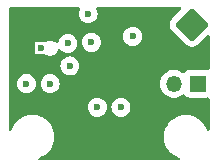
<source format=gbr>
%TF.GenerationSoftware,KiCad,Pcbnew,8.0.1-rc1*%
%TF.CreationDate,2024-05-21T21:17:26-06:00*%
%TF.ProjectId,screamer,73637265-616d-4657-922e-6b696361645f,V0.1.1*%
%TF.SameCoordinates,Original*%
%TF.FileFunction,Copper,L2,Inr*%
%TF.FilePolarity,Positive*%
%FSLAX46Y46*%
G04 Gerber Fmt 4.6, Leading zero omitted, Abs format (unit mm)*
G04 Created by KiCad (PCBNEW 8.0.1-rc1) date 2024-05-21 21:17:26*
%MOMM*%
%LPD*%
G01*
G04 APERTURE LIST*
G04 Aperture macros list*
%AMRoundRect*
0 Rectangle with rounded corners*
0 $1 Rounding radius*
0 $2 $3 $4 $5 $6 $7 $8 $9 X,Y pos of 4 corners*
0 Add a 4 corners polygon primitive as box body*
4,1,4,$2,$3,$4,$5,$6,$7,$8,$9,$2,$3,0*
0 Add four circle primitives for the rounded corners*
1,1,$1+$1,$2,$3*
1,1,$1+$1,$4,$5*
1,1,$1+$1,$6,$7*
1,1,$1+$1,$8,$9*
0 Add four rect primitives between the rounded corners*
20,1,$1+$1,$2,$3,$4,$5,0*
20,1,$1+$1,$4,$5,$6,$7,0*
20,1,$1+$1,$6,$7,$8,$9,0*
20,1,$1+$1,$8,$9,$2,$3,0*%
G04 Aperture macros list end*
%TA.AperFunction,ComponentPad*%
%ADD10RoundRect,0.250001X-1.131369X0.000000X0.000000X-1.131369X1.131369X0.000000X0.000000X1.131369X0*%
%TD*%
%TA.AperFunction,ComponentPad*%
%ADD11R,1.350000X1.350000*%
%TD*%
%TA.AperFunction,ComponentPad*%
%ADD12O,1.350000X1.350000*%
%TD*%
%TA.AperFunction,ViaPad*%
%ADD13C,0.600000*%
%TD*%
G04 APERTURE END LIST*
D10*
%TO.N,RF_OUT*%
%TO.C,AE1*%
X166000000Y-88000000D03*
%TD*%
D11*
%TO.N,/BT+*%
%TO.C,J1*%
X166500000Y-93000000D03*
D12*
%TO.N,/BT-*%
X164500000Y-93000000D03*
%TD*%
D13*
%TO.N,V_{B}*%
X157500000Y-89500000D03*
%TO.N,GND*%
X152000000Y-93000000D03*
X154000000Y-93000000D03*
X161000000Y-89000000D03*
%TO.N,Net-(U1-BP)*%
X157225000Y-87073226D03*
%TO.N,V_{TUNE}*%
X155674999Y-91500000D03*
%TO.N,RF_OUT*%
X155500457Y-89595891D03*
%TO.N,VCC*%
X160725000Y-86971612D03*
X153250000Y-90000000D03*
X152000000Y-88250000D03*
%TO.N,/BT+*%
X158000000Y-95000000D03*
%TO.N,/BT-*%
X160000000Y-95000000D03*
%TD*%
%TA.AperFunction,Conductor*%
%TO.N,VCC*%
G36*
X156482137Y-86520185D02*
G01*
X156527892Y-86572989D01*
X156537836Y-86642147D01*
X156520092Y-86690472D01*
X156499211Y-86723703D01*
X156439631Y-86893971D01*
X156439630Y-86893976D01*
X156419435Y-87073222D01*
X156419435Y-87073229D01*
X156439630Y-87252475D01*
X156439631Y-87252480D01*
X156499211Y-87422749D01*
X156595184Y-87575488D01*
X156722738Y-87703042D01*
X156875478Y-87799015D01*
X157045745Y-87858594D01*
X157045750Y-87858595D01*
X157224996Y-87878791D01*
X157225000Y-87878791D01*
X157225004Y-87878791D01*
X157404249Y-87858595D01*
X157404252Y-87858594D01*
X157404255Y-87858594D01*
X157574522Y-87799015D01*
X157727262Y-87703042D01*
X157854816Y-87575488D01*
X157950789Y-87422748D01*
X158010368Y-87252481D01*
X158028103Y-87095081D01*
X158030565Y-87073229D01*
X158030565Y-87073222D01*
X158010369Y-86893976D01*
X158010368Y-86893971D01*
X157950789Y-86723704D01*
X157929908Y-86690472D01*
X157910908Y-86623236D01*
X157931275Y-86556401D01*
X157984543Y-86511186D01*
X158034902Y-86500500D01*
X165007400Y-86500500D01*
X165074439Y-86520185D01*
X165120194Y-86572989D01*
X165130138Y-86642147D01*
X165101113Y-86705703D01*
X165095081Y-86712181D01*
X164302592Y-87504669D01*
X164302576Y-87504687D01*
X164237328Y-87584782D01*
X164158589Y-87741565D01*
X164118130Y-87912280D01*
X164118130Y-88087719D01*
X164158589Y-88258434D01*
X164237328Y-88415217D01*
X164302576Y-88495312D01*
X164302585Y-88495323D01*
X165504677Y-89697415D01*
X165504687Y-89697423D01*
X165584782Y-89762671D01*
X165584783Y-89762671D01*
X165584785Y-89762673D01*
X165741567Y-89841411D01*
X165912279Y-89881870D01*
X165912281Y-89881870D01*
X166087719Y-89881870D01*
X166087721Y-89881870D01*
X166258433Y-89841411D01*
X166415215Y-89762673D01*
X166495323Y-89697415D01*
X167287819Y-88904919D01*
X167349142Y-88871434D01*
X167418834Y-88876418D01*
X167474767Y-88918290D01*
X167499184Y-88983754D01*
X167499500Y-88992600D01*
X167499500Y-91733257D01*
X167479815Y-91800296D01*
X167427011Y-91846051D01*
X167357853Y-91855995D01*
X167332168Y-91849439D01*
X167282485Y-91830909D01*
X167282483Y-91830908D01*
X167222883Y-91824501D01*
X167222881Y-91824500D01*
X167222873Y-91824500D01*
X167222864Y-91824500D01*
X165777129Y-91824500D01*
X165777123Y-91824501D01*
X165717516Y-91830908D01*
X165582671Y-91881202D01*
X165582664Y-91881206D01*
X165467455Y-91967452D01*
X165405214Y-92050594D01*
X165349279Y-92092465D01*
X165279588Y-92097448D01*
X165222411Y-92067920D01*
X165211434Y-92057913D01*
X165211429Y-92057910D01*
X165026213Y-91943229D01*
X165026207Y-91943226D01*
X164941113Y-91910260D01*
X164823069Y-91864530D01*
X164608926Y-91824500D01*
X164391074Y-91824500D01*
X164176931Y-91864530D01*
X164133896Y-91881202D01*
X163973792Y-91943226D01*
X163973786Y-91943229D01*
X163788576Y-92057906D01*
X163788566Y-92057913D01*
X163627574Y-92204676D01*
X163496288Y-92378527D01*
X163399184Y-92573537D01*
X163339564Y-92783081D01*
X163319464Y-92999999D01*
X163319464Y-93000000D01*
X163339564Y-93216918D01*
X163339564Y-93216920D01*
X163339565Y-93216923D01*
X163399183Y-93426459D01*
X163496288Y-93621472D01*
X163627573Y-93795322D01*
X163788568Y-93942088D01*
X163788575Y-93942092D01*
X163788576Y-93942093D01*
X163973786Y-94056770D01*
X163973792Y-94056773D01*
X163996664Y-94065633D01*
X164176931Y-94135470D01*
X164391074Y-94175500D01*
X164391076Y-94175500D01*
X164608924Y-94175500D01*
X164608926Y-94175500D01*
X164823069Y-94135470D01*
X165026210Y-94056772D01*
X165211432Y-93942088D01*
X165222407Y-93932082D01*
X165285207Y-93901463D01*
X165354594Y-93909657D01*
X165405214Y-93949405D01*
X165467452Y-94032544D01*
X165467455Y-94032547D01*
X165582664Y-94118793D01*
X165582671Y-94118797D01*
X165717517Y-94169091D01*
X165717516Y-94169091D01*
X165724444Y-94169835D01*
X165777127Y-94175500D01*
X167222872Y-94175499D01*
X167282483Y-94169091D01*
X167332167Y-94150559D01*
X167401858Y-94145576D01*
X167463181Y-94179061D01*
X167496666Y-94240384D01*
X167499500Y-94266742D01*
X167499500Y-96870579D01*
X167479815Y-96937618D01*
X167427011Y-96983373D01*
X167357853Y-96993317D01*
X167294297Y-96964292D01*
X167257845Y-96907572D01*
X167257357Y-96907738D01*
X167256690Y-96905775D01*
X167256523Y-96905514D01*
X167256143Y-96904163D01*
X167256054Y-96903901D01*
X167256052Y-96903895D01*
X167163224Y-96679788D01*
X167041936Y-96469711D01*
X166894265Y-96277262D01*
X166894260Y-96277256D01*
X166722743Y-96105739D01*
X166722736Y-96105733D01*
X166530293Y-95958067D01*
X166530292Y-95958066D01*
X166530289Y-95958064D01*
X166320212Y-95836776D01*
X166244862Y-95805565D01*
X166096104Y-95743947D01*
X165861785Y-95681161D01*
X165621289Y-95649500D01*
X165621288Y-95649500D01*
X165378712Y-95649500D01*
X165378711Y-95649500D01*
X165138214Y-95681161D01*
X164903895Y-95743947D01*
X164679794Y-95836773D01*
X164679785Y-95836777D01*
X164469706Y-95958067D01*
X164277263Y-96105733D01*
X164277256Y-96105739D01*
X164105739Y-96277256D01*
X164105733Y-96277263D01*
X163958067Y-96469706D01*
X163836777Y-96679785D01*
X163836773Y-96679794D01*
X163743947Y-96903895D01*
X163681161Y-97138214D01*
X163649500Y-97378711D01*
X163649500Y-97621288D01*
X163681161Y-97861785D01*
X163743947Y-98096104D01*
X163836773Y-98320205D01*
X163836776Y-98320212D01*
X163958064Y-98530289D01*
X163958066Y-98530292D01*
X163958067Y-98530293D01*
X164105733Y-98722736D01*
X164105739Y-98722743D01*
X164277256Y-98894260D01*
X164277262Y-98894265D01*
X164469711Y-99041936D01*
X164679788Y-99163224D01*
X164903900Y-99256054D01*
X164903904Y-99256055D01*
X164907738Y-99257357D01*
X164907328Y-99258564D01*
X164962330Y-99292086D01*
X164992862Y-99354932D01*
X164984570Y-99424308D01*
X164940087Y-99478188D01*
X164873536Y-99499465D01*
X164870580Y-99499500D01*
X153129420Y-99499500D01*
X153062381Y-99479815D01*
X153016626Y-99427011D01*
X153006682Y-99357853D01*
X153035707Y-99294297D01*
X153092427Y-99257845D01*
X153092262Y-99257357D01*
X153094222Y-99256691D01*
X153094485Y-99256523D01*
X153095838Y-99256143D01*
X153096090Y-99256056D01*
X153096100Y-99256054D01*
X153320212Y-99163224D01*
X153530289Y-99041936D01*
X153722738Y-98894265D01*
X153894265Y-98722738D01*
X154041936Y-98530289D01*
X154163224Y-98320212D01*
X154256054Y-98096100D01*
X154318838Y-97861789D01*
X154350500Y-97621288D01*
X154350500Y-97378712D01*
X154318838Y-97138211D01*
X154256054Y-96903900D01*
X154163224Y-96679788D01*
X154041936Y-96469711D01*
X153894265Y-96277262D01*
X153894260Y-96277256D01*
X153722743Y-96105739D01*
X153722736Y-96105733D01*
X153530293Y-95958067D01*
X153530292Y-95958066D01*
X153530289Y-95958064D01*
X153320212Y-95836776D01*
X153244862Y-95805565D01*
X153096104Y-95743947D01*
X152861785Y-95681161D01*
X152621289Y-95649500D01*
X152621288Y-95649500D01*
X152378712Y-95649500D01*
X152378711Y-95649500D01*
X152138214Y-95681161D01*
X151903895Y-95743947D01*
X151679794Y-95836773D01*
X151679785Y-95836777D01*
X151469706Y-95958067D01*
X151277263Y-96105733D01*
X151277256Y-96105739D01*
X151105739Y-96277256D01*
X151105733Y-96277263D01*
X150958067Y-96469706D01*
X150836777Y-96679785D01*
X150836773Y-96679794D01*
X150743945Y-96903901D01*
X150742643Y-96907738D01*
X150741438Y-96907329D01*
X150707905Y-96962337D01*
X150645057Y-96992863D01*
X150575682Y-96984565D01*
X150521806Y-96940077D01*
X150500535Y-96873524D01*
X150500500Y-96870579D01*
X150500500Y-95000003D01*
X157194435Y-95000003D01*
X157214630Y-95179249D01*
X157214631Y-95179254D01*
X157274211Y-95349523D01*
X157370184Y-95502262D01*
X157497738Y-95629816D01*
X157650478Y-95725789D01*
X157702368Y-95743946D01*
X157820745Y-95785368D01*
X157820750Y-95785369D01*
X157999996Y-95805565D01*
X158000000Y-95805565D01*
X158000004Y-95805565D01*
X158179249Y-95785369D01*
X158179252Y-95785368D01*
X158179255Y-95785368D01*
X158349522Y-95725789D01*
X158502262Y-95629816D01*
X158629816Y-95502262D01*
X158725789Y-95349522D01*
X158785368Y-95179255D01*
X158805565Y-95000003D01*
X159194435Y-95000003D01*
X159214630Y-95179249D01*
X159214631Y-95179254D01*
X159274211Y-95349523D01*
X159370184Y-95502262D01*
X159497738Y-95629816D01*
X159650478Y-95725789D01*
X159702368Y-95743946D01*
X159820745Y-95785368D01*
X159820750Y-95785369D01*
X159999996Y-95805565D01*
X160000000Y-95805565D01*
X160000004Y-95805565D01*
X160179249Y-95785369D01*
X160179252Y-95785368D01*
X160179255Y-95785368D01*
X160349522Y-95725789D01*
X160502262Y-95629816D01*
X160629816Y-95502262D01*
X160725789Y-95349522D01*
X160785368Y-95179255D01*
X160805565Y-95000000D01*
X160785368Y-94820745D01*
X160725789Y-94650478D01*
X160629816Y-94497738D01*
X160502262Y-94370184D01*
X160349523Y-94274211D01*
X160179254Y-94214631D01*
X160179249Y-94214630D01*
X160000004Y-94194435D01*
X159999996Y-94194435D01*
X159820750Y-94214630D01*
X159820745Y-94214631D01*
X159650476Y-94274211D01*
X159497737Y-94370184D01*
X159370184Y-94497737D01*
X159274211Y-94650476D01*
X159214631Y-94820745D01*
X159214630Y-94820750D01*
X159194435Y-94999996D01*
X159194435Y-95000003D01*
X158805565Y-95000003D01*
X158805565Y-95000000D01*
X158785368Y-94820745D01*
X158725789Y-94650478D01*
X158629816Y-94497738D01*
X158502262Y-94370184D01*
X158349523Y-94274211D01*
X158179254Y-94214631D01*
X158179249Y-94214630D01*
X158000004Y-94194435D01*
X157999996Y-94194435D01*
X157820750Y-94214630D01*
X157820745Y-94214631D01*
X157650476Y-94274211D01*
X157497737Y-94370184D01*
X157370184Y-94497737D01*
X157274211Y-94650476D01*
X157214631Y-94820745D01*
X157214630Y-94820750D01*
X157194435Y-94999996D01*
X157194435Y-95000003D01*
X150500500Y-95000003D01*
X150500500Y-93000003D01*
X151194435Y-93000003D01*
X151214630Y-93179249D01*
X151214631Y-93179254D01*
X151274211Y-93349523D01*
X151370184Y-93502262D01*
X151497738Y-93629816D01*
X151650478Y-93725789D01*
X151820745Y-93785368D01*
X151820750Y-93785369D01*
X151999996Y-93805565D01*
X152000000Y-93805565D01*
X152000004Y-93805565D01*
X152179249Y-93785369D01*
X152179252Y-93785368D01*
X152179255Y-93785368D01*
X152349522Y-93725789D01*
X152502262Y-93629816D01*
X152629816Y-93502262D01*
X152725789Y-93349522D01*
X152785368Y-93179255D01*
X152805565Y-93000003D01*
X153194435Y-93000003D01*
X153214630Y-93179249D01*
X153214631Y-93179254D01*
X153274211Y-93349523D01*
X153370184Y-93502262D01*
X153497738Y-93629816D01*
X153650478Y-93725789D01*
X153820745Y-93785368D01*
X153820750Y-93785369D01*
X153999996Y-93805565D01*
X154000000Y-93805565D01*
X154000004Y-93805565D01*
X154179249Y-93785369D01*
X154179252Y-93785368D01*
X154179255Y-93785368D01*
X154349522Y-93725789D01*
X154502262Y-93629816D01*
X154629816Y-93502262D01*
X154725789Y-93349522D01*
X154785368Y-93179255D01*
X154805565Y-93000000D01*
X154785368Y-92820745D01*
X154725789Y-92650478D01*
X154629816Y-92497738D01*
X154502262Y-92370184D01*
X154399422Y-92305565D01*
X154349523Y-92274211D01*
X154179254Y-92214631D01*
X154179249Y-92214630D01*
X154000004Y-92194435D01*
X153999996Y-92194435D01*
X153820750Y-92214630D01*
X153820745Y-92214631D01*
X153650476Y-92274211D01*
X153497737Y-92370184D01*
X153370184Y-92497737D01*
X153274211Y-92650476D01*
X153214631Y-92820745D01*
X153214630Y-92820750D01*
X153194435Y-92999996D01*
X153194435Y-93000003D01*
X152805565Y-93000003D01*
X152805565Y-93000000D01*
X152785368Y-92820745D01*
X152725789Y-92650478D01*
X152629816Y-92497738D01*
X152502262Y-92370184D01*
X152399422Y-92305565D01*
X152349523Y-92274211D01*
X152179254Y-92214631D01*
X152179249Y-92214630D01*
X152000004Y-92194435D01*
X151999996Y-92194435D01*
X151820750Y-92214630D01*
X151820745Y-92214631D01*
X151650476Y-92274211D01*
X151497737Y-92370184D01*
X151370184Y-92497737D01*
X151274211Y-92650476D01*
X151214631Y-92820745D01*
X151214630Y-92820750D01*
X151194435Y-92999996D01*
X151194435Y-93000003D01*
X150500500Y-93000003D01*
X150500500Y-91500003D01*
X154869434Y-91500003D01*
X154889629Y-91679249D01*
X154889630Y-91679254D01*
X154949210Y-91849523D01*
X154969117Y-91881204D01*
X155045183Y-92002262D01*
X155172737Y-92129816D01*
X155252111Y-92179690D01*
X155307720Y-92214632D01*
X155325477Y-92225789D01*
X155463859Y-92274211D01*
X155495744Y-92285368D01*
X155495749Y-92285369D01*
X155674995Y-92305565D01*
X155674999Y-92305565D01*
X155675003Y-92305565D01*
X155854248Y-92285369D01*
X155854251Y-92285368D01*
X155854254Y-92285368D01*
X156024521Y-92225789D01*
X156177261Y-92129816D01*
X156304815Y-92002262D01*
X156400788Y-91849522D01*
X156460367Y-91679255D01*
X156480564Y-91500000D01*
X156460367Y-91320745D01*
X156400788Y-91150478D01*
X156304815Y-90997738D01*
X156177261Y-90870184D01*
X156024522Y-90774211D01*
X155854253Y-90714631D01*
X155854248Y-90714630D01*
X155675003Y-90694435D01*
X155674995Y-90694435D01*
X155495749Y-90714630D01*
X155495744Y-90714631D01*
X155325475Y-90774211D01*
X155172736Y-90870184D01*
X155045183Y-90997737D01*
X154949210Y-91150476D01*
X154889630Y-91320745D01*
X154889629Y-91320750D01*
X154869434Y-91499996D01*
X154869434Y-91500003D01*
X150500500Y-91500003D01*
X150500500Y-90500000D01*
X152750000Y-90500000D01*
X153536392Y-90500000D01*
X153603431Y-90519685D01*
X153618615Y-90531182D01*
X153627760Y-90539283D01*
X153627765Y-90539285D01*
X153627767Y-90539287D01*
X153767634Y-90612696D01*
X153921014Y-90650500D01*
X153921015Y-90650500D01*
X154078985Y-90650500D01*
X154232365Y-90612696D01*
X154372232Y-90539287D01*
X154372231Y-90539287D01*
X154372240Y-90539283D01*
X154381383Y-90531182D01*
X154444617Y-90501463D01*
X154463608Y-90500000D01*
X154500000Y-90500000D01*
X154500000Y-90459381D01*
X154519685Y-90392342D01*
X154521933Y-90388965D01*
X154580220Y-90304523D01*
X154636237Y-90156818D01*
X154638036Y-90141994D01*
X154665654Y-90077820D01*
X154723586Y-90038761D01*
X154793439Y-90037223D01*
X154853035Y-90073694D01*
X154866123Y-90090964D01*
X154870637Y-90098148D01*
X154870641Y-90098153D01*
X154998195Y-90225707D01*
X155150935Y-90321680D01*
X155321202Y-90381259D01*
X155321207Y-90381260D01*
X155500453Y-90401456D01*
X155500457Y-90401456D01*
X155500461Y-90401456D01*
X155679706Y-90381260D01*
X155679709Y-90381259D01*
X155679712Y-90381259D01*
X155849979Y-90321680D01*
X156002719Y-90225707D01*
X156130273Y-90098153D01*
X156226246Y-89945413D01*
X156285825Y-89775146D01*
X156285826Y-89775140D01*
X156306022Y-89595894D01*
X156306022Y-89595887D01*
X156295218Y-89500000D01*
X156694435Y-89500000D01*
X156714630Y-89679249D01*
X156714631Y-89679254D01*
X156774211Y-89849523D01*
X156834463Y-89945413D01*
X156870184Y-90002262D01*
X156997738Y-90129816D01*
X157040716Y-90156821D01*
X157150345Y-90225706D01*
X157150478Y-90225789D01*
X157320745Y-90285368D01*
X157320750Y-90285369D01*
X157499996Y-90305565D01*
X157500000Y-90305565D01*
X157500004Y-90305565D01*
X157679249Y-90285369D01*
X157679252Y-90285368D01*
X157679255Y-90285368D01*
X157849522Y-90225789D01*
X158002262Y-90129816D01*
X158129816Y-90002262D01*
X158225789Y-89849522D01*
X158285368Y-89679255D01*
X158290939Y-89629816D01*
X158305565Y-89500000D01*
X158305565Y-89499996D01*
X158285369Y-89320750D01*
X158285368Y-89320745D01*
X158259342Y-89246367D01*
X158225789Y-89150478D01*
X158131239Y-89000003D01*
X160194435Y-89000003D01*
X160214630Y-89179249D01*
X160214631Y-89179254D01*
X160274211Y-89349523D01*
X160344081Y-89460719D01*
X160370184Y-89502262D01*
X160497738Y-89629816D01*
X160650478Y-89725789D01*
X160791515Y-89775140D01*
X160820745Y-89785368D01*
X160820750Y-89785369D01*
X160999996Y-89805565D01*
X161000000Y-89805565D01*
X161000004Y-89805565D01*
X161179249Y-89785369D01*
X161179252Y-89785368D01*
X161179255Y-89785368D01*
X161349522Y-89725789D01*
X161502262Y-89629816D01*
X161629816Y-89502262D01*
X161725789Y-89349522D01*
X161785368Y-89179255D01*
X161785369Y-89179249D01*
X161805565Y-89000003D01*
X161805565Y-88999996D01*
X161785369Y-88820750D01*
X161785368Y-88820745D01*
X161725788Y-88650476D01*
X161629815Y-88497737D01*
X161502262Y-88370184D01*
X161349523Y-88274211D01*
X161179254Y-88214631D01*
X161179249Y-88214630D01*
X161000004Y-88194435D01*
X160999996Y-88194435D01*
X160820750Y-88214630D01*
X160820745Y-88214631D01*
X160650476Y-88274211D01*
X160497737Y-88370184D01*
X160370184Y-88497737D01*
X160274211Y-88650476D01*
X160214631Y-88820745D01*
X160214630Y-88820750D01*
X160194435Y-88999996D01*
X160194435Y-89000003D01*
X158131239Y-89000003D01*
X158129816Y-88997738D01*
X158002262Y-88870184D01*
X158002131Y-88870102D01*
X157849523Y-88774211D01*
X157679254Y-88714631D01*
X157679249Y-88714630D01*
X157500004Y-88694435D01*
X157499996Y-88694435D01*
X157320750Y-88714630D01*
X157320745Y-88714631D01*
X157150476Y-88774211D01*
X156997737Y-88870184D01*
X156870184Y-88997737D01*
X156774211Y-89150476D01*
X156714631Y-89320745D01*
X156714630Y-89320750D01*
X156694435Y-89499996D01*
X156694435Y-89500000D01*
X156295218Y-89500000D01*
X156285826Y-89416641D01*
X156285825Y-89416636D01*
X156226245Y-89246367D01*
X156184072Y-89179249D01*
X156130273Y-89093629D01*
X156002719Y-88966075D01*
X155926670Y-88918290D01*
X155849980Y-88870102D01*
X155679711Y-88810522D01*
X155679706Y-88810521D01*
X155500461Y-88790326D01*
X155500453Y-88790326D01*
X155321207Y-88810521D01*
X155321202Y-88810522D01*
X155150933Y-88870102D01*
X154998194Y-88966075D01*
X154870641Y-89093628D01*
X154774668Y-89246367D01*
X154715088Y-89416636D01*
X154715088Y-89416638D01*
X154713695Y-89429001D01*
X154686626Y-89493414D01*
X154629030Y-89532967D01*
X154559193Y-89535102D01*
X154502794Y-89502794D01*
X154500000Y-89500000D01*
X154463608Y-89500000D01*
X154396569Y-89480315D01*
X154381383Y-89468817D01*
X154372240Y-89460717D01*
X154372235Y-89460714D01*
X154372232Y-89460712D01*
X154232365Y-89387303D01*
X154078986Y-89349500D01*
X154078985Y-89349500D01*
X153921015Y-89349500D01*
X153921014Y-89349500D01*
X153767634Y-89387303D01*
X153627767Y-89460712D01*
X153627761Y-89460716D01*
X153627760Y-89460717D01*
X153627758Y-89460719D01*
X153618617Y-89468817D01*
X153555383Y-89498537D01*
X153536392Y-89500000D01*
X152750000Y-89500000D01*
X152750000Y-90500000D01*
X150500500Y-90500000D01*
X150500500Y-86624500D01*
X150520185Y-86557461D01*
X150572989Y-86511706D01*
X150624500Y-86500500D01*
X156415098Y-86500500D01*
X156482137Y-86520185D01*
G37*
%TD.AperFunction*%
%TD*%
M02*

</source>
